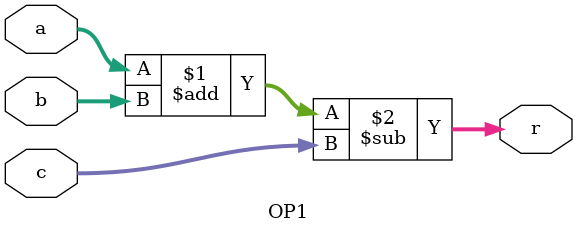
<source format=v>
module OP1(

input [7:0]a,b,c,
output [15:0]r

);

assign r = a+b-c;

endmodule


</source>
